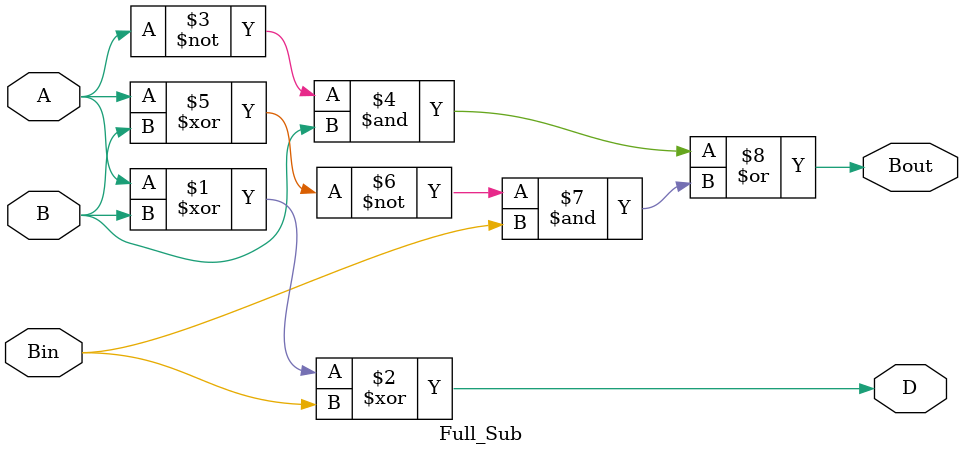
<source format=v>
`timescale 1ns / 1ps
module Full_Sub(D, Bout, A, B, Bin);
    output D;
    output Bout;
    input A;
    input B;
    input Bin;
	 
	 assign D = A ^ B ^ Bin;
	 assign Bout = (~A & B) | ((~(A ^ B)) & Bin);


endmodule

</source>
